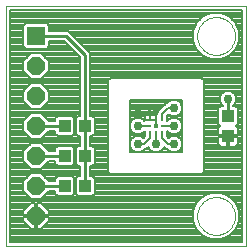
<source format=gtl>
G75*
G70*
%OFA0B0*%
%FSLAX24Y24*%
%IPPOS*%
%LPD*%
%AMOC8*
5,1,8,0,0,1.08239X$1,22.5*
%
%ADD10C,0.0000*%
%ADD11R,0.0150X0.0150*%
%ADD12C,0.0118*%
%ADD13R,0.0394X0.0433*%
%ADD14R,0.0600X0.0600*%
%ADD15OC8,0.0600*%
%ADD16C,0.0300*%
%ADD17C,0.0080*%
%ADD18C,0.0100*%
D10*
X000141Y003911D02*
X008141Y003911D01*
X008141Y011911D01*
X000141Y011911D01*
X000141Y003911D01*
X006511Y004911D02*
X006513Y004961D01*
X006519Y005011D01*
X006529Y005060D01*
X006543Y005108D01*
X006560Y005155D01*
X006581Y005200D01*
X006606Y005244D01*
X006634Y005285D01*
X006666Y005324D01*
X006700Y005361D01*
X006737Y005395D01*
X006777Y005425D01*
X006819Y005452D01*
X006863Y005476D01*
X006909Y005497D01*
X006956Y005513D01*
X007004Y005526D01*
X007054Y005535D01*
X007103Y005540D01*
X007154Y005541D01*
X007204Y005538D01*
X007253Y005531D01*
X007302Y005520D01*
X007350Y005505D01*
X007396Y005487D01*
X007441Y005465D01*
X007484Y005439D01*
X007525Y005410D01*
X007564Y005378D01*
X007600Y005343D01*
X007632Y005305D01*
X007662Y005265D01*
X007689Y005222D01*
X007712Y005178D01*
X007731Y005132D01*
X007747Y005084D01*
X007759Y005035D01*
X007767Y004986D01*
X007771Y004936D01*
X007771Y004886D01*
X007767Y004836D01*
X007759Y004787D01*
X007747Y004738D01*
X007731Y004690D01*
X007712Y004644D01*
X007689Y004600D01*
X007662Y004557D01*
X007632Y004517D01*
X007600Y004479D01*
X007564Y004444D01*
X007525Y004412D01*
X007484Y004383D01*
X007441Y004357D01*
X007396Y004335D01*
X007350Y004317D01*
X007302Y004302D01*
X007253Y004291D01*
X007204Y004284D01*
X007154Y004281D01*
X007103Y004282D01*
X007054Y004287D01*
X007004Y004296D01*
X006956Y004309D01*
X006909Y004325D01*
X006863Y004346D01*
X006819Y004370D01*
X006777Y004397D01*
X006737Y004427D01*
X006700Y004461D01*
X006666Y004498D01*
X006634Y004537D01*
X006606Y004578D01*
X006581Y004622D01*
X006560Y004667D01*
X006543Y004714D01*
X006529Y004762D01*
X006519Y004811D01*
X006513Y004861D01*
X006511Y004911D01*
X006511Y010911D02*
X006513Y010961D01*
X006519Y011011D01*
X006529Y011060D01*
X006543Y011108D01*
X006560Y011155D01*
X006581Y011200D01*
X006606Y011244D01*
X006634Y011285D01*
X006666Y011324D01*
X006700Y011361D01*
X006737Y011395D01*
X006777Y011425D01*
X006819Y011452D01*
X006863Y011476D01*
X006909Y011497D01*
X006956Y011513D01*
X007004Y011526D01*
X007054Y011535D01*
X007103Y011540D01*
X007154Y011541D01*
X007204Y011538D01*
X007253Y011531D01*
X007302Y011520D01*
X007350Y011505D01*
X007396Y011487D01*
X007441Y011465D01*
X007484Y011439D01*
X007525Y011410D01*
X007564Y011378D01*
X007600Y011343D01*
X007632Y011305D01*
X007662Y011265D01*
X007689Y011222D01*
X007712Y011178D01*
X007731Y011132D01*
X007747Y011084D01*
X007759Y011035D01*
X007767Y010986D01*
X007771Y010936D01*
X007771Y010886D01*
X007767Y010836D01*
X007759Y010787D01*
X007747Y010738D01*
X007731Y010690D01*
X007712Y010644D01*
X007689Y010600D01*
X007662Y010557D01*
X007632Y010517D01*
X007600Y010479D01*
X007564Y010444D01*
X007525Y010412D01*
X007484Y010383D01*
X007441Y010357D01*
X007396Y010335D01*
X007350Y010317D01*
X007302Y010302D01*
X007253Y010291D01*
X007204Y010284D01*
X007154Y010281D01*
X007103Y010282D01*
X007054Y010287D01*
X007004Y010296D01*
X006956Y010309D01*
X006909Y010325D01*
X006863Y010346D01*
X006819Y010370D01*
X006777Y010397D01*
X006737Y010427D01*
X006700Y010461D01*
X006666Y010498D01*
X006634Y010537D01*
X006606Y010578D01*
X006581Y010622D01*
X006560Y010667D01*
X006543Y010714D01*
X006529Y010762D01*
X006519Y010811D01*
X006513Y010861D01*
X006511Y010911D01*
D11*
X005141Y007911D03*
D12*
X005141Y007714D03*
X005338Y007714D03*
X005338Y007911D03*
X005338Y008107D03*
X005141Y008107D03*
X004944Y008107D03*
X004944Y007911D03*
X004944Y007714D03*
D13*
X002776Y007911D03*
X002106Y007911D03*
X002106Y006911D03*
X002776Y006911D03*
X002776Y005911D03*
X002106Y005911D03*
X007541Y007576D03*
X007541Y008245D03*
D14*
X001141Y010911D03*
D15*
X001141Y009911D03*
X001141Y008911D03*
X001141Y007911D03*
X001141Y006911D03*
X001141Y005911D03*
X001141Y004911D03*
D16*
X004541Y007311D03*
X004541Y007911D03*
X004541Y008511D03*
X005141Y008511D03*
X005741Y008511D03*
X005741Y007911D03*
X005741Y007311D03*
X005141Y007311D03*
X007541Y008811D03*
D17*
X007788Y008702D02*
X008001Y008702D01*
X008001Y008780D02*
X007811Y008780D01*
X007811Y008757D02*
X007811Y008864D01*
X007770Y008963D01*
X007694Y009039D01*
X007595Y009081D01*
X007487Y009081D01*
X007388Y009039D01*
X007312Y008963D01*
X007271Y008864D01*
X007271Y008757D01*
X007312Y008658D01*
X007371Y008599D01*
X007371Y008582D01*
X007295Y008582D01*
X007224Y008511D01*
X007224Y007979D01*
X007284Y007919D01*
X007258Y007904D01*
X007232Y007878D01*
X007214Y007846D01*
X007204Y007811D01*
X007204Y007616D01*
X007501Y007616D01*
X007501Y007536D01*
X007204Y007536D01*
X007204Y007341D01*
X007214Y007305D01*
X007232Y007273D01*
X007258Y007247D01*
X007290Y007229D01*
X007326Y007219D01*
X007501Y007219D01*
X007501Y007536D01*
X007581Y007536D01*
X007581Y007219D01*
X007756Y007219D01*
X007792Y007229D01*
X007824Y007247D01*
X007850Y007273D01*
X007868Y007305D01*
X007878Y007341D01*
X007878Y007536D01*
X007581Y007536D01*
X007581Y007616D01*
X007878Y007616D01*
X007878Y007811D01*
X007868Y007846D01*
X007850Y007878D01*
X007824Y007904D01*
X007798Y007919D01*
X007858Y007979D01*
X007858Y008511D01*
X007788Y008582D01*
X007711Y008582D01*
X007711Y008599D01*
X007770Y008658D01*
X007811Y008757D01*
X007811Y008859D02*
X008001Y008859D01*
X008001Y008937D02*
X007781Y008937D01*
X007718Y009016D02*
X008001Y009016D01*
X008001Y009094D02*
X006736Y009094D01*
X006736Y009016D02*
X007365Y009016D01*
X007301Y008937D02*
X006736Y008937D01*
X006736Y008861D02*
X006736Y009435D01*
X006666Y009506D01*
X003616Y009506D01*
X003546Y009435D01*
X003546Y008861D01*
X003546Y008861D01*
X003546Y006960D01*
X003546Y006386D01*
X003616Y006316D01*
X003616Y006316D01*
X004191Y006316D01*
X006091Y006316D01*
X006666Y006316D01*
X006736Y006386D01*
X006736Y008861D01*
X006736Y008859D02*
X007271Y008859D01*
X007271Y008780D02*
X006736Y008780D01*
X006736Y008702D02*
X007294Y008702D01*
X007347Y008623D02*
X006736Y008623D01*
X006736Y008545D02*
X007257Y008545D01*
X007224Y008466D02*
X006736Y008466D01*
X006736Y008388D02*
X007224Y008388D01*
X007224Y008309D02*
X006736Y008309D01*
X006736Y008230D02*
X007224Y008230D01*
X007224Y008152D02*
X006736Y008152D01*
X006736Y008073D02*
X007224Y008073D01*
X007224Y007995D02*
X006736Y007995D01*
X006736Y007916D02*
X007279Y007916D01*
X007211Y007838D02*
X006736Y007838D01*
X006736Y007759D02*
X007204Y007759D01*
X007204Y007681D02*
X006736Y007681D01*
X006736Y007602D02*
X007501Y007602D01*
X007501Y007524D02*
X007581Y007524D01*
X007581Y007602D02*
X008001Y007602D01*
X008001Y007524D02*
X007878Y007524D01*
X007878Y007445D02*
X008001Y007445D01*
X008001Y007366D02*
X007878Y007366D01*
X007858Y007288D02*
X008001Y007288D01*
X008001Y007209D02*
X006736Y007209D01*
X006736Y007131D02*
X008001Y007131D01*
X008001Y007052D02*
X006736Y007052D01*
X006736Y006974D02*
X008001Y006974D01*
X008001Y006895D02*
X006736Y006895D01*
X006736Y006817D02*
X008001Y006817D01*
X008001Y006738D02*
X006736Y006738D01*
X006736Y006660D02*
X008001Y006660D01*
X008001Y006581D02*
X006736Y006581D01*
X006736Y006502D02*
X008001Y006502D01*
X008001Y006424D02*
X006736Y006424D01*
X006696Y006345D02*
X008001Y006345D01*
X008001Y006267D02*
X002946Y006267D01*
X002946Y006247D02*
X002946Y006574D01*
X003022Y006574D01*
X003093Y006644D01*
X003093Y007177D01*
X003022Y007247D01*
X002946Y007247D01*
X002946Y007574D01*
X003022Y007574D01*
X003093Y007644D01*
X003093Y008177D01*
X003022Y008247D01*
X002946Y008247D01*
X002946Y010205D01*
X002946Y010346D01*
X002311Y010981D01*
X002211Y011081D01*
X001561Y011081D01*
X001561Y011260D01*
X001491Y011331D01*
X000791Y011331D01*
X000721Y011260D01*
X000721Y010561D01*
X000791Y010491D01*
X001491Y010491D01*
X001561Y010561D01*
X001561Y010741D01*
X002071Y010741D01*
X002606Y010205D01*
X002606Y008247D01*
X002529Y008247D01*
X002459Y008177D01*
X002459Y007644D01*
X002529Y007574D01*
X002606Y007574D01*
X002606Y007247D01*
X002529Y007247D01*
X002459Y007177D01*
X002459Y006644D01*
X002529Y006574D01*
X002606Y006574D01*
X002606Y006247D01*
X002529Y006247D01*
X002459Y006177D01*
X002459Y005644D01*
X002529Y005574D01*
X003022Y005574D01*
X003093Y005644D01*
X003093Y006177D01*
X003022Y006247D01*
X002946Y006247D01*
X002946Y006345D02*
X003587Y006345D01*
X003546Y006424D02*
X002946Y006424D01*
X002946Y006502D02*
X003546Y006502D01*
X003546Y006581D02*
X003029Y006581D01*
X003093Y006660D02*
X003546Y006660D01*
X003546Y006738D02*
X003093Y006738D01*
X003093Y006817D02*
X003546Y006817D01*
X003546Y006895D02*
X003093Y006895D01*
X003093Y006974D02*
X003546Y006974D01*
X003546Y006960D02*
X003546Y006960D01*
X003546Y007052D02*
X003093Y007052D01*
X003093Y007131D02*
X003546Y007131D01*
X003546Y007209D02*
X003060Y007209D01*
X002946Y007288D02*
X003546Y007288D01*
X003546Y007366D02*
X002946Y007366D01*
X002946Y007445D02*
X003546Y007445D01*
X003546Y007524D02*
X002946Y007524D01*
X003050Y007602D02*
X003546Y007602D01*
X003546Y007681D02*
X003093Y007681D01*
X003093Y007759D02*
X003546Y007759D01*
X003546Y007838D02*
X003093Y007838D01*
X003093Y007916D02*
X003546Y007916D01*
X003546Y007995D02*
X003093Y007995D01*
X003093Y008073D02*
X003546Y008073D01*
X003546Y008152D02*
X003093Y008152D01*
X003039Y008230D02*
X003546Y008230D01*
X003546Y008309D02*
X002946Y008309D01*
X002946Y008388D02*
X003546Y008388D01*
X003546Y008466D02*
X002946Y008466D01*
X002946Y008545D02*
X003546Y008545D01*
X003546Y008623D02*
X002946Y008623D01*
X002946Y008702D02*
X003546Y008702D01*
X003546Y008780D02*
X002946Y008780D01*
X002946Y008859D02*
X003546Y008859D01*
X003546Y008937D02*
X002946Y008937D01*
X002946Y009016D02*
X003546Y009016D01*
X003546Y009094D02*
X002946Y009094D01*
X002946Y009173D02*
X003546Y009173D01*
X003546Y009251D02*
X002946Y009251D01*
X002946Y009330D02*
X003546Y009330D01*
X003546Y009409D02*
X002946Y009409D01*
X002946Y009487D02*
X003598Y009487D01*
X002946Y009566D02*
X008001Y009566D01*
X008001Y009644D02*
X002946Y009644D01*
X002946Y009723D02*
X008001Y009723D01*
X008001Y009801D02*
X002946Y009801D01*
X002946Y009880D02*
X008001Y009880D01*
X008001Y009958D02*
X002946Y009958D01*
X002946Y010037D02*
X008001Y010037D01*
X008001Y010115D02*
X002946Y010115D01*
X002946Y010194D02*
X006859Y010194D01*
X006988Y010141D02*
X007294Y010141D01*
X007577Y010258D01*
X007794Y010474D01*
X007911Y010757D01*
X007911Y011064D01*
X007794Y011347D01*
X007577Y011563D01*
X007294Y011680D01*
X006988Y011680D01*
X006705Y011563D01*
X006488Y011347D01*
X006371Y011064D01*
X006371Y010757D01*
X006488Y010474D01*
X006705Y010258D01*
X006988Y010141D01*
X006690Y010273D02*
X002946Y010273D01*
X002941Y010351D02*
X006612Y010351D01*
X006533Y010430D02*
X002862Y010430D01*
X002784Y010508D02*
X006474Y010508D01*
X006442Y010587D02*
X002705Y010587D01*
X002627Y010665D02*
X006409Y010665D01*
X006377Y010744D02*
X002548Y010744D01*
X002470Y010822D02*
X006371Y010822D01*
X006371Y010901D02*
X002391Y010901D01*
X002313Y010979D02*
X006371Y010979D01*
X006371Y011058D02*
X002234Y011058D01*
X002146Y010665D02*
X001561Y010665D01*
X001561Y010587D02*
X002224Y010587D01*
X002303Y010508D02*
X001508Y010508D01*
X001373Y010273D02*
X002539Y010273D01*
X002606Y010194D02*
X001452Y010194D01*
X001530Y010115D02*
X002606Y010115D01*
X002606Y010037D02*
X001561Y010037D01*
X001561Y010084D02*
X001315Y010331D01*
X000967Y010331D01*
X000721Y010084D01*
X000721Y009737D01*
X000967Y009491D01*
X001315Y009491D01*
X001561Y009737D01*
X001561Y010084D01*
X001561Y009958D02*
X002606Y009958D01*
X002606Y009880D02*
X001561Y009880D01*
X001561Y009801D02*
X002606Y009801D01*
X002606Y009723D02*
X001547Y009723D01*
X001469Y009644D02*
X002606Y009644D01*
X002606Y009566D02*
X001390Y009566D01*
X001315Y009331D02*
X000967Y009331D01*
X000721Y009084D01*
X000721Y008737D01*
X000967Y008491D01*
X001315Y008491D01*
X001561Y008737D01*
X001561Y009084D01*
X001315Y009331D01*
X001316Y009330D02*
X002606Y009330D01*
X002606Y009251D02*
X001394Y009251D01*
X001473Y009173D02*
X002606Y009173D01*
X002606Y009094D02*
X001551Y009094D01*
X001561Y009016D02*
X002606Y009016D01*
X002606Y008937D02*
X001561Y008937D01*
X001561Y008859D02*
X002606Y008859D01*
X002606Y008780D02*
X001561Y008780D01*
X001526Y008702D02*
X002606Y008702D01*
X002606Y008623D02*
X001448Y008623D01*
X001369Y008545D02*
X002606Y008545D01*
X002606Y008466D02*
X000281Y008466D01*
X000281Y008388D02*
X002606Y008388D01*
X002606Y008309D02*
X001337Y008309D01*
X001315Y008331D02*
X000967Y008331D01*
X000721Y008084D01*
X000721Y007737D01*
X000967Y007491D01*
X001315Y007491D01*
X001561Y007737D01*
X001561Y007741D01*
X001790Y007741D01*
X001790Y007644D01*
X001860Y007574D01*
X002353Y007574D01*
X002423Y007644D01*
X002423Y008177D01*
X002353Y008247D01*
X001860Y008247D01*
X001790Y008177D01*
X001790Y008081D01*
X001561Y008081D01*
X001561Y008084D01*
X001315Y008331D01*
X001415Y008230D02*
X001843Y008230D01*
X001790Y008152D02*
X001494Y008152D01*
X001505Y007681D02*
X001790Y007681D01*
X001832Y007602D02*
X001427Y007602D01*
X001348Y007524D02*
X002606Y007524D01*
X002606Y007445D02*
X000281Y007445D01*
X000281Y007366D02*
X002606Y007366D01*
X002606Y007288D02*
X001358Y007288D01*
X001315Y007331D02*
X000967Y007331D01*
X000721Y007084D01*
X000721Y006737D01*
X000967Y006491D01*
X001315Y006491D01*
X001561Y006737D01*
X001561Y006741D01*
X001790Y006741D01*
X001790Y006644D01*
X001860Y006574D01*
X002353Y006574D01*
X002423Y006644D01*
X002423Y007177D01*
X002353Y007247D01*
X001860Y007247D01*
X001790Y007177D01*
X001790Y007081D01*
X001561Y007081D01*
X001561Y007084D01*
X001315Y007331D01*
X001436Y007209D02*
X001822Y007209D01*
X001790Y007131D02*
X001515Y007131D01*
X001561Y006738D02*
X001790Y006738D01*
X001790Y006660D02*
X001484Y006660D01*
X001406Y006581D02*
X001853Y006581D01*
X001860Y006247D02*
X001790Y006177D01*
X001790Y006081D01*
X001561Y006081D01*
X001561Y006084D01*
X001315Y006331D01*
X000967Y006331D01*
X000721Y006084D01*
X000721Y005737D01*
X000967Y005491D01*
X001315Y005491D01*
X001561Y005737D01*
X001561Y005741D01*
X001790Y005741D01*
X001790Y005644D01*
X001860Y005574D01*
X002353Y005574D01*
X002423Y005644D01*
X002423Y006177D01*
X002353Y006247D01*
X001860Y006247D01*
X001801Y006188D02*
X001457Y006188D01*
X001536Y006110D02*
X001790Y006110D01*
X001790Y005717D02*
X001542Y005717D01*
X001463Y005639D02*
X001795Y005639D01*
X001428Y005246D02*
X006447Y005246D01*
X006479Y005324D02*
X001349Y005324D01*
X001323Y005351D02*
X001181Y005351D01*
X001181Y004951D01*
X001101Y004951D01*
X001101Y005351D01*
X000959Y005351D01*
X000701Y005093D01*
X000701Y004950D01*
X001101Y004950D01*
X001101Y004871D01*
X000701Y004871D01*
X000701Y004728D01*
X000959Y004471D01*
X001101Y004471D01*
X001101Y004870D01*
X001181Y004870D01*
X001181Y004471D01*
X001323Y004471D01*
X001581Y004728D01*
X001581Y004871D01*
X001181Y004871D01*
X001181Y004950D01*
X001581Y004950D01*
X001581Y005093D01*
X001323Y005351D01*
X001181Y005324D02*
X001101Y005324D01*
X001101Y005246D02*
X001181Y005246D01*
X001181Y005167D02*
X001101Y005167D01*
X001101Y005089D02*
X001181Y005089D01*
X001181Y005010D02*
X001101Y005010D01*
X001101Y004932D02*
X000281Y004932D01*
X000281Y005010D02*
X000701Y005010D01*
X000701Y005089D02*
X000281Y005089D01*
X000281Y005167D02*
X000776Y005167D01*
X000854Y005246D02*
X000281Y005246D01*
X000281Y005324D02*
X000933Y005324D01*
X000898Y005560D02*
X000281Y005560D01*
X000281Y005639D02*
X000819Y005639D01*
X000741Y005717D02*
X000281Y005717D01*
X000281Y005796D02*
X000721Y005796D01*
X000721Y005874D02*
X000281Y005874D01*
X000281Y005953D02*
X000721Y005953D01*
X000721Y006031D02*
X000281Y006031D01*
X000281Y006110D02*
X000746Y006110D01*
X000825Y006188D02*
X000281Y006188D01*
X000281Y006267D02*
X000903Y006267D01*
X000955Y006502D02*
X000281Y006502D01*
X000281Y006424D02*
X002606Y006424D01*
X002606Y006502D02*
X001327Y006502D01*
X001379Y006267D02*
X002606Y006267D01*
X002606Y006345D02*
X000281Y006345D01*
X000281Y006581D02*
X000877Y006581D01*
X000798Y006660D02*
X000281Y006660D01*
X000281Y006738D02*
X000721Y006738D01*
X000721Y006817D02*
X000281Y006817D01*
X000281Y006895D02*
X000721Y006895D01*
X000721Y006974D02*
X000281Y006974D01*
X000281Y007052D02*
X000721Y007052D01*
X000767Y007131D02*
X000281Y007131D01*
X000281Y007209D02*
X000846Y007209D01*
X000925Y007288D02*
X000281Y007288D01*
X000281Y007524D02*
X000934Y007524D01*
X000856Y007602D02*
X000281Y007602D01*
X000281Y007681D02*
X000777Y007681D01*
X000721Y007759D02*
X000281Y007759D01*
X000281Y007838D02*
X000721Y007838D01*
X000721Y007916D02*
X000281Y007916D01*
X000281Y007995D02*
X000721Y007995D01*
X000721Y008073D02*
X000281Y008073D01*
X000281Y008152D02*
X000789Y008152D01*
X000867Y008230D02*
X000281Y008230D01*
X000281Y008309D02*
X000946Y008309D01*
X000913Y008545D02*
X000281Y008545D01*
X000281Y008623D02*
X000835Y008623D01*
X000756Y008702D02*
X000281Y008702D01*
X000281Y008780D02*
X000721Y008780D01*
X000721Y008859D02*
X000281Y008859D01*
X000281Y008937D02*
X000721Y008937D01*
X000721Y009016D02*
X000281Y009016D01*
X000281Y009094D02*
X000731Y009094D01*
X000810Y009173D02*
X000281Y009173D01*
X000281Y009251D02*
X000888Y009251D01*
X000967Y009330D02*
X000281Y009330D01*
X000281Y009409D02*
X002606Y009409D01*
X002606Y009487D02*
X000281Y009487D01*
X000281Y009566D02*
X000892Y009566D01*
X000813Y009644D02*
X000281Y009644D01*
X000281Y009723D02*
X000735Y009723D01*
X000721Y009801D02*
X000281Y009801D01*
X000281Y009880D02*
X000721Y009880D01*
X000721Y009958D02*
X000281Y009958D01*
X000281Y010037D02*
X000721Y010037D01*
X000752Y010115D02*
X000281Y010115D01*
X000281Y010194D02*
X000831Y010194D01*
X000909Y010273D02*
X000281Y010273D01*
X000281Y010351D02*
X002460Y010351D01*
X002382Y010430D02*
X000281Y010430D01*
X000281Y010508D02*
X000774Y010508D01*
X000721Y010587D02*
X000281Y010587D01*
X000281Y010665D02*
X000721Y010665D01*
X000721Y010744D02*
X000281Y010744D01*
X000281Y010822D02*
X000721Y010822D01*
X000721Y010901D02*
X000281Y010901D01*
X000281Y010979D02*
X000721Y010979D01*
X000721Y011058D02*
X000281Y011058D01*
X000281Y011137D02*
X000721Y011137D01*
X000721Y011215D02*
X000281Y011215D01*
X000281Y011294D02*
X000754Y011294D01*
X000281Y011372D02*
X006514Y011372D01*
X006466Y011294D02*
X001528Y011294D01*
X001561Y011215D02*
X006434Y011215D01*
X006401Y011137D02*
X001561Y011137D01*
X000281Y011451D02*
X006592Y011451D01*
X006671Y011529D02*
X000281Y011529D01*
X000281Y011608D02*
X006813Y011608D01*
X007470Y011608D02*
X008001Y011608D01*
X008001Y011686D02*
X000281Y011686D01*
X000281Y011765D02*
X008001Y011765D01*
X008001Y011771D02*
X008001Y004051D01*
X000281Y004051D01*
X000281Y011771D01*
X008001Y011771D01*
X008001Y011529D02*
X007611Y011529D01*
X007690Y011451D02*
X008001Y011451D01*
X008001Y011372D02*
X007768Y011372D01*
X007816Y011294D02*
X008001Y011294D01*
X008001Y011215D02*
X007848Y011215D01*
X007881Y011137D02*
X008001Y011137D01*
X008001Y011058D02*
X007911Y011058D01*
X007911Y010979D02*
X008001Y010979D01*
X008001Y010901D02*
X007911Y010901D01*
X007911Y010822D02*
X008001Y010822D01*
X008001Y010744D02*
X007905Y010744D01*
X007873Y010665D02*
X008001Y010665D01*
X008001Y010587D02*
X007840Y010587D01*
X007808Y010508D02*
X008001Y010508D01*
X008001Y010430D02*
X007749Y010430D01*
X007670Y010351D02*
X008001Y010351D01*
X008001Y010273D02*
X007592Y010273D01*
X007423Y010194D02*
X008001Y010194D01*
X008001Y009487D02*
X006684Y009487D01*
X006736Y009409D02*
X008001Y009409D01*
X008001Y009330D02*
X006736Y009330D01*
X006736Y009251D02*
X008001Y009251D01*
X008001Y009173D02*
X006736Y009173D01*
X006021Y008791D02*
X006021Y007030D01*
X004261Y007030D01*
X004261Y008791D01*
X006021Y008791D01*
X006021Y008780D02*
X005795Y008780D01*
X005795Y008781D02*
X005687Y008781D01*
X005588Y008739D01*
X005519Y008671D01*
X005475Y008671D01*
X005381Y008577D01*
X005178Y008374D01*
X005178Y008304D01*
X005167Y008306D01*
X005141Y008306D01*
X005115Y008306D01*
X005064Y008293D01*
X005043Y008280D01*
X005021Y008293D01*
X004970Y008306D01*
X004944Y008306D01*
X004918Y008306D01*
X004867Y008293D01*
X004822Y008267D01*
X004785Y008230D01*
X004759Y008184D01*
X004745Y008134D01*
X004745Y008108D01*
X004942Y008108D01*
X004944Y008108D01*
X004944Y008107D01*
X004942Y008107D01*
X004745Y008107D01*
X004745Y008088D01*
X004694Y008139D01*
X004595Y008181D01*
X004487Y008181D01*
X004388Y008139D01*
X004312Y008063D01*
X004271Y007964D01*
X004271Y007857D01*
X004312Y007758D01*
X004388Y007682D01*
X004487Y007641D01*
X004595Y007641D01*
X004694Y007682D01*
X004763Y007751D01*
X004765Y007751D01*
X004765Y007640D01*
X004784Y007620D01*
X004784Y007580D01*
X004719Y007515D01*
X004694Y007539D01*
X004595Y007581D01*
X004487Y007581D01*
X004388Y007539D01*
X004312Y007463D01*
X004271Y007364D01*
X004271Y007257D01*
X004312Y007158D01*
X004388Y007082D01*
X004487Y007041D01*
X004595Y007041D01*
X004694Y007082D01*
X004763Y007151D01*
X004807Y007151D01*
X004884Y007227D01*
X004912Y007158D01*
X004988Y007082D01*
X005087Y007041D01*
X005195Y007041D01*
X005294Y007082D01*
X005370Y007158D01*
X005399Y007227D01*
X005475Y007151D01*
X005519Y007151D01*
X005588Y007082D01*
X005687Y007041D01*
X005795Y007041D01*
X005894Y007082D01*
X005970Y007158D01*
X006011Y007257D01*
X006011Y007364D01*
X005970Y007463D01*
X005894Y007539D01*
X005795Y007581D01*
X005687Y007581D01*
X005588Y007539D01*
X005563Y007515D01*
X005501Y007577D01*
X005501Y007624D01*
X005517Y007640D01*
X005517Y007751D01*
X005519Y007751D01*
X005588Y007682D01*
X005687Y007641D01*
X005795Y007641D01*
X005894Y007682D01*
X005970Y007758D01*
X006011Y007857D01*
X006011Y007964D01*
X005970Y008063D01*
X005894Y008139D01*
X005795Y008181D01*
X005687Y008181D01*
X005588Y008139D01*
X005519Y008071D01*
X005517Y008071D01*
X005517Y008182D01*
X005498Y008201D01*
X005498Y008241D01*
X005563Y008307D01*
X005588Y008282D01*
X005687Y008241D01*
X005795Y008241D01*
X005894Y008282D01*
X005970Y008358D01*
X006011Y008457D01*
X006011Y008564D01*
X005970Y008663D01*
X005894Y008739D01*
X005795Y008781D01*
X005687Y008780D02*
X004261Y008780D01*
X004261Y008702D02*
X005550Y008702D01*
X005427Y008623D02*
X004261Y008623D01*
X004261Y008545D02*
X005349Y008545D01*
X005270Y008466D02*
X004261Y008466D01*
X004261Y008388D02*
X005192Y008388D01*
X005178Y008309D02*
X004261Y008309D01*
X004261Y008230D02*
X004786Y008230D01*
X004750Y008152D02*
X004664Y008152D01*
X004541Y007911D02*
X004944Y007911D01*
X004944Y007714D02*
X004944Y007514D01*
X004741Y007311D01*
X004541Y007311D01*
X004743Y007131D02*
X004939Y007131D01*
X004891Y007209D02*
X004866Y007209D01*
X005059Y007052D02*
X004623Y007052D01*
X004459Y007052D02*
X004261Y007052D01*
X004261Y007131D02*
X004339Y007131D01*
X004291Y007209D02*
X004261Y007209D01*
X004261Y007288D02*
X004271Y007288D01*
X004261Y007366D02*
X004272Y007366D01*
X004261Y007445D02*
X004305Y007445D01*
X004261Y007524D02*
X004372Y007524D01*
X004261Y007602D02*
X004784Y007602D01*
X004765Y007681D02*
X004692Y007681D01*
X004710Y007524D02*
X004728Y007524D01*
X004391Y007681D02*
X004261Y007681D01*
X004261Y007759D02*
X004312Y007759D01*
X004279Y007838D02*
X004261Y007838D01*
X004261Y007916D02*
X004271Y007916D01*
X004261Y007995D02*
X004284Y007995D01*
X004261Y008073D02*
X004322Y008073D01*
X004261Y008152D02*
X004418Y008152D01*
X004541Y008511D02*
X004841Y008511D01*
X004944Y008407D01*
X004944Y008107D01*
X004945Y008107D02*
X005141Y008107D01*
X005141Y008108D01*
X004945Y008108D01*
X004945Y008107D01*
X004944Y008141D02*
X004944Y008306D01*
X004944Y008142D01*
X004944Y008141D01*
X004944Y008152D02*
X004944Y008152D01*
X004944Y008230D02*
X004944Y008230D01*
X005141Y008230D02*
X005141Y008230D01*
X005141Y008306D02*
X005141Y008143D01*
X005141Y008141D01*
X005141Y008306D01*
X005141Y008152D02*
X005141Y008152D01*
X005141Y008107D02*
X005141Y008511D01*
X005338Y008307D02*
X005541Y008511D01*
X005741Y008511D01*
X005932Y008702D02*
X006021Y008702D01*
X006021Y008623D02*
X005987Y008623D01*
X006011Y008545D02*
X006021Y008545D01*
X006011Y008466D02*
X006021Y008466D01*
X006021Y008388D02*
X005982Y008388D01*
X006021Y008309D02*
X005921Y008309D01*
X006021Y008230D02*
X005498Y008230D01*
X005517Y008152D02*
X005618Y008152D01*
X005522Y008073D02*
X005517Y008073D01*
X005338Y008107D02*
X005338Y008307D01*
X005141Y008107D02*
X005141Y007911D01*
X005141Y007714D02*
X005141Y007311D01*
X005391Y007209D02*
X005416Y007209D01*
X005343Y007131D02*
X005539Y007131D01*
X005659Y007052D02*
X005223Y007052D01*
X005541Y007311D02*
X005341Y007511D01*
X005341Y007711D01*
X005338Y007714D01*
X005338Y007911D02*
X005741Y007911D01*
X005864Y008152D02*
X006021Y008152D01*
X006021Y008073D02*
X005960Y008073D01*
X005998Y007995D02*
X006021Y007995D01*
X006011Y007916D02*
X006021Y007916D01*
X006021Y007838D02*
X006003Y007838D01*
X006021Y007759D02*
X005971Y007759D01*
X006021Y007681D02*
X005892Y007681D01*
X006021Y007602D02*
X005501Y007602D01*
X005517Y007681D02*
X005591Y007681D01*
X005572Y007524D02*
X005554Y007524D01*
X005541Y007311D02*
X005741Y007311D01*
X005823Y007052D02*
X006021Y007052D01*
X006021Y007131D02*
X005943Y007131D01*
X005991Y007209D02*
X006021Y007209D01*
X006011Y007288D02*
X006021Y007288D01*
X006010Y007366D02*
X006021Y007366D01*
X006021Y007445D02*
X005978Y007445D01*
X006021Y007524D02*
X005910Y007524D01*
X006736Y007524D02*
X007204Y007524D01*
X007204Y007445D02*
X006736Y007445D01*
X006736Y007366D02*
X007204Y007366D01*
X007224Y007288D02*
X006736Y007288D01*
X007501Y007288D02*
X007581Y007288D01*
X007581Y007366D02*
X007501Y007366D01*
X007501Y007445D02*
X007581Y007445D01*
X007878Y007681D02*
X008001Y007681D01*
X008001Y007759D02*
X007878Y007759D01*
X007871Y007838D02*
X008001Y007838D01*
X008001Y007916D02*
X007803Y007916D01*
X007858Y007995D02*
X008001Y007995D01*
X008001Y008073D02*
X007858Y008073D01*
X007858Y008152D02*
X008001Y008152D01*
X008001Y008230D02*
X007858Y008230D01*
X007858Y008309D02*
X008001Y008309D01*
X008001Y008388D02*
X007858Y008388D01*
X007858Y008466D02*
X008001Y008466D01*
X008001Y008545D02*
X007825Y008545D01*
X007736Y008623D02*
X008001Y008623D01*
X008001Y006188D02*
X003081Y006188D01*
X003093Y006110D02*
X008001Y006110D01*
X008001Y006031D02*
X003093Y006031D01*
X003093Y005953D02*
X008001Y005953D01*
X008001Y005874D02*
X003093Y005874D01*
X003093Y005796D02*
X008001Y005796D01*
X008001Y005717D02*
X003093Y005717D01*
X003087Y005639D02*
X006887Y005639D01*
X006988Y005680D02*
X006705Y005563D01*
X006488Y005347D01*
X006371Y005064D01*
X006371Y004757D01*
X006488Y004474D01*
X006705Y004258D01*
X006988Y004141D01*
X007294Y004141D01*
X007577Y004258D01*
X007794Y004474D01*
X007911Y004757D01*
X007911Y005064D01*
X007794Y005347D01*
X007577Y005563D01*
X007294Y005680D01*
X006988Y005680D01*
X006702Y005560D02*
X001384Y005560D01*
X001507Y005167D02*
X006414Y005167D01*
X006382Y005089D02*
X001581Y005089D01*
X001581Y005010D02*
X006371Y005010D01*
X006371Y004932D02*
X001181Y004932D01*
X001181Y004853D02*
X001101Y004853D01*
X001101Y004775D02*
X001181Y004775D01*
X001181Y004696D02*
X001101Y004696D01*
X001101Y004617D02*
X001181Y004617D01*
X001181Y004539D02*
X001101Y004539D01*
X000891Y004539D02*
X000281Y004539D01*
X000281Y004617D02*
X000812Y004617D01*
X000733Y004696D02*
X000281Y004696D01*
X000281Y004775D02*
X000701Y004775D01*
X000701Y004853D02*
X000281Y004853D01*
X000281Y004460D02*
X006502Y004460D01*
X006462Y004539D02*
X001392Y004539D01*
X001470Y004617D02*
X006429Y004617D01*
X006397Y004696D02*
X001549Y004696D01*
X001581Y004775D02*
X006371Y004775D01*
X006371Y004853D02*
X001581Y004853D01*
X002417Y005639D02*
X002465Y005639D01*
X002459Y005717D02*
X002423Y005717D01*
X002423Y005796D02*
X002459Y005796D01*
X002459Y005874D02*
X002423Y005874D01*
X002423Y005953D02*
X002459Y005953D01*
X002459Y006031D02*
X002423Y006031D01*
X002423Y006110D02*
X002459Y006110D01*
X002470Y006188D02*
X002412Y006188D01*
X002360Y006581D02*
X002522Y006581D01*
X002459Y006660D02*
X002423Y006660D01*
X002423Y006738D02*
X002459Y006738D01*
X002459Y006817D02*
X002423Y006817D01*
X002423Y006895D02*
X002459Y006895D01*
X002459Y006974D02*
X002423Y006974D01*
X002423Y007052D02*
X002459Y007052D01*
X002459Y007131D02*
X002423Y007131D01*
X002391Y007209D02*
X002491Y007209D01*
X002501Y007602D02*
X002381Y007602D01*
X002423Y007681D02*
X002459Y007681D01*
X002459Y007759D02*
X002423Y007759D01*
X002423Y007838D02*
X002459Y007838D01*
X002459Y007916D02*
X002423Y007916D01*
X002423Y007995D02*
X002459Y007995D01*
X002459Y008073D02*
X002423Y008073D01*
X002423Y008152D02*
X002459Y008152D01*
X002513Y008230D02*
X002370Y008230D01*
X000281Y005481D02*
X006623Y005481D01*
X006545Y005403D02*
X000281Y005403D01*
X000281Y004382D02*
X006581Y004382D01*
X006660Y004303D02*
X000281Y004303D01*
X000281Y004225D02*
X006785Y004225D01*
X006974Y004146D02*
X000281Y004146D01*
X000281Y004068D02*
X008001Y004068D01*
X008001Y004146D02*
X007308Y004146D01*
X007497Y004225D02*
X008001Y004225D01*
X008001Y004303D02*
X007623Y004303D01*
X007701Y004382D02*
X008001Y004382D01*
X008001Y004460D02*
X007780Y004460D01*
X007820Y004539D02*
X008001Y004539D01*
X008001Y004617D02*
X007853Y004617D01*
X007886Y004696D02*
X008001Y004696D01*
X008001Y004775D02*
X007911Y004775D01*
X007911Y004853D02*
X008001Y004853D01*
X008001Y004932D02*
X007911Y004932D01*
X007911Y005010D02*
X008001Y005010D01*
X008001Y005089D02*
X007901Y005089D01*
X007868Y005167D02*
X008001Y005167D01*
X008001Y005246D02*
X007836Y005246D01*
X007803Y005324D02*
X008001Y005324D01*
X008001Y005403D02*
X007738Y005403D01*
X007659Y005481D02*
X008001Y005481D01*
X008001Y005560D02*
X007580Y005560D01*
X007396Y005639D02*
X008001Y005639D01*
D18*
X007541Y008245D02*
X007541Y008811D01*
X002776Y007911D02*
X002776Y006911D01*
X002776Y005911D01*
X002106Y005911D02*
X001141Y005911D01*
X001141Y006911D02*
X002106Y006911D01*
X002106Y007911D02*
X001141Y007911D01*
X002776Y007911D02*
X002776Y010276D01*
X002141Y010911D01*
X001141Y010911D01*
M02*

</source>
